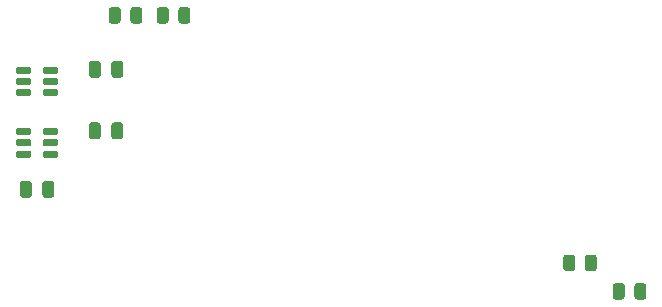
<source format=gtp>
G04 #@! TF.GenerationSoftware,KiCad,Pcbnew,6.0.2+dfsg-1*
G04 #@! TF.CreationDate,2025-02-22T22:39:26-07:00*
G04 #@! TF.ProjectId,ard-ltc2499-test,6172642d-6c74-4633-9234-39392d746573,rev?*
G04 #@! TF.SameCoordinates,Original*
G04 #@! TF.FileFunction,Paste,Top*
G04 #@! TF.FilePolarity,Positive*
%FSLAX46Y46*%
G04 Gerber Fmt 4.6, Leading zero omitted, Abs format (unit mm)*
G04 Created by KiCad (PCBNEW 6.0.2+dfsg-1) date 2025-02-22 22:39:26*
%MOMM*%
%LPD*%
G01*
G04 APERTURE LIST*
G04 APERTURE END LIST*
G36*
G01*
X176375000Y-101415000D02*
X176375000Y-100515000D01*
G75*
G02*
X176625000Y-100265000I250000J0D01*
G01*
X177150000Y-100265000D01*
G75*
G02*
X177400000Y-100515000I0J-250000D01*
G01*
X177400000Y-101415000D01*
G75*
G02*
X177150000Y-101665000I-250000J0D01*
G01*
X176625000Y-101665000D01*
G75*
G02*
X176375000Y-101415000I0J250000D01*
G01*
G37*
G36*
G01*
X178200000Y-101415000D02*
X178200000Y-100515000D01*
G75*
G02*
X178450000Y-100265000I250000J0D01*
G01*
X178975000Y-100265000D01*
G75*
G02*
X179225000Y-100515000I0J-250000D01*
G01*
X179225000Y-101415000D01*
G75*
G02*
X178975000Y-101665000I-250000J0D01*
G01*
X178450000Y-101665000D01*
G75*
G02*
X178200000Y-101415000I0J250000D01*
G01*
G37*
G36*
G01*
X130026000Y-90005000D02*
X130026000Y-89705000D01*
G75*
G02*
X130176000Y-89555000I150000J0D01*
G01*
X131201000Y-89555000D01*
G75*
G02*
X131351000Y-89705000I0J-150000D01*
G01*
X131351000Y-90005000D01*
G75*
G02*
X131201000Y-90155000I-150000J0D01*
G01*
X130176000Y-90155000D01*
G75*
G02*
X130026000Y-90005000I0J150000D01*
G01*
G37*
G36*
G01*
X130026000Y-90955000D02*
X130026000Y-90655000D01*
G75*
G02*
X130176000Y-90505000I150000J0D01*
G01*
X131201000Y-90505000D01*
G75*
G02*
X131351000Y-90655000I0J-150000D01*
G01*
X131351000Y-90955000D01*
G75*
G02*
X131201000Y-91105000I-150000J0D01*
G01*
X130176000Y-91105000D01*
G75*
G02*
X130026000Y-90955000I0J150000D01*
G01*
G37*
G36*
G01*
X130026000Y-91905000D02*
X130026000Y-91605000D01*
G75*
G02*
X130176000Y-91455000I150000J0D01*
G01*
X131201000Y-91455000D01*
G75*
G02*
X131351000Y-91605000I0J-150000D01*
G01*
X131351000Y-91905000D01*
G75*
G02*
X131201000Y-92055000I-150000J0D01*
G01*
X130176000Y-92055000D01*
G75*
G02*
X130026000Y-91905000I0J150000D01*
G01*
G37*
G36*
G01*
X132301000Y-91905000D02*
X132301000Y-91605000D01*
G75*
G02*
X132451000Y-91455000I150000J0D01*
G01*
X133476000Y-91455000D01*
G75*
G02*
X133626000Y-91605000I0J-150000D01*
G01*
X133626000Y-91905000D01*
G75*
G02*
X133476000Y-92055000I-150000J0D01*
G01*
X132451000Y-92055000D01*
G75*
G02*
X132301000Y-91905000I0J150000D01*
G01*
G37*
G36*
G01*
X132301000Y-90955000D02*
X132301000Y-90655000D01*
G75*
G02*
X132451000Y-90505000I150000J0D01*
G01*
X133476000Y-90505000D01*
G75*
G02*
X133626000Y-90655000I0J-150000D01*
G01*
X133626000Y-90955000D01*
G75*
G02*
X133476000Y-91105000I-150000J0D01*
G01*
X132451000Y-91105000D01*
G75*
G02*
X132301000Y-90955000I0J150000D01*
G01*
G37*
G36*
G01*
X132301000Y-90005000D02*
X132301000Y-89705000D01*
G75*
G02*
X132451000Y-89555000I150000J0D01*
G01*
X133476000Y-89555000D01*
G75*
G02*
X133626000Y-89705000I0J-150000D01*
G01*
X133626000Y-90005000D01*
G75*
G02*
X133476000Y-90155000I-150000J0D01*
G01*
X132451000Y-90155000D01*
G75*
G02*
X132301000Y-90005000I0J150000D01*
G01*
G37*
G36*
G01*
X130026000Y-84798000D02*
X130026000Y-84498000D01*
G75*
G02*
X130176000Y-84348000I150000J0D01*
G01*
X131201000Y-84348000D01*
G75*
G02*
X131351000Y-84498000I0J-150000D01*
G01*
X131351000Y-84798000D01*
G75*
G02*
X131201000Y-84948000I-150000J0D01*
G01*
X130176000Y-84948000D01*
G75*
G02*
X130026000Y-84798000I0J150000D01*
G01*
G37*
G36*
G01*
X130026000Y-85748000D02*
X130026000Y-85448000D01*
G75*
G02*
X130176000Y-85298000I150000J0D01*
G01*
X131201000Y-85298000D01*
G75*
G02*
X131351000Y-85448000I0J-150000D01*
G01*
X131351000Y-85748000D01*
G75*
G02*
X131201000Y-85898000I-150000J0D01*
G01*
X130176000Y-85898000D01*
G75*
G02*
X130026000Y-85748000I0J150000D01*
G01*
G37*
G36*
G01*
X130026000Y-86698000D02*
X130026000Y-86398000D01*
G75*
G02*
X130176000Y-86248000I150000J0D01*
G01*
X131201000Y-86248000D01*
G75*
G02*
X131351000Y-86398000I0J-150000D01*
G01*
X131351000Y-86698000D01*
G75*
G02*
X131201000Y-86848000I-150000J0D01*
G01*
X130176000Y-86848000D01*
G75*
G02*
X130026000Y-86698000I0J150000D01*
G01*
G37*
G36*
G01*
X132301000Y-86698000D02*
X132301000Y-86398000D01*
G75*
G02*
X132451000Y-86248000I150000J0D01*
G01*
X133476000Y-86248000D01*
G75*
G02*
X133626000Y-86398000I0J-150000D01*
G01*
X133626000Y-86698000D01*
G75*
G02*
X133476000Y-86848000I-150000J0D01*
G01*
X132451000Y-86848000D01*
G75*
G02*
X132301000Y-86698000I0J150000D01*
G01*
G37*
G36*
G01*
X132301000Y-85748000D02*
X132301000Y-85448000D01*
G75*
G02*
X132451000Y-85298000I150000J0D01*
G01*
X133476000Y-85298000D01*
G75*
G02*
X133626000Y-85448000I0J-150000D01*
G01*
X133626000Y-85748000D01*
G75*
G02*
X133476000Y-85898000I-150000J0D01*
G01*
X132451000Y-85898000D01*
G75*
G02*
X132301000Y-85748000I0J150000D01*
G01*
G37*
G36*
G01*
X132301000Y-84798000D02*
X132301000Y-84498000D01*
G75*
G02*
X132451000Y-84348000I150000J0D01*
G01*
X133476000Y-84348000D01*
G75*
G02*
X133626000Y-84498000I0J-150000D01*
G01*
X133626000Y-84798000D01*
G75*
G02*
X133476000Y-84948000I-150000J0D01*
G01*
X132451000Y-84948000D01*
G75*
G02*
X132301000Y-84798000I0J150000D01*
G01*
G37*
G36*
G01*
X144808000Y-79560000D02*
X144808000Y-80460000D01*
G75*
G02*
X144558000Y-80710000I-250000J0D01*
G01*
X144033000Y-80710000D01*
G75*
G02*
X143783000Y-80460000I0J250000D01*
G01*
X143783000Y-79560000D01*
G75*
G02*
X144033000Y-79310000I250000J0D01*
G01*
X144558000Y-79310000D01*
G75*
G02*
X144808000Y-79560000I0J-250000D01*
G01*
G37*
G36*
G01*
X142983000Y-79560000D02*
X142983000Y-80460000D01*
G75*
G02*
X142733000Y-80710000I-250000J0D01*
G01*
X142208000Y-80710000D01*
G75*
G02*
X141958000Y-80460000I0J250000D01*
G01*
X141958000Y-79560000D01*
G75*
G02*
X142208000Y-79310000I250000J0D01*
G01*
X142733000Y-79310000D01*
G75*
G02*
X142983000Y-79560000I0J-250000D01*
G01*
G37*
G36*
G01*
X180566000Y-103828000D02*
X180566000Y-102928000D01*
G75*
G02*
X180816000Y-102678000I250000J0D01*
G01*
X181341000Y-102678000D01*
G75*
G02*
X181591000Y-102928000I0J-250000D01*
G01*
X181591000Y-103828000D01*
G75*
G02*
X181341000Y-104078000I-250000J0D01*
G01*
X180816000Y-104078000D01*
G75*
G02*
X180566000Y-103828000I0J250000D01*
G01*
G37*
G36*
G01*
X182391000Y-103828000D02*
X182391000Y-102928000D01*
G75*
G02*
X182641000Y-102678000I250000J0D01*
G01*
X183166000Y-102678000D01*
G75*
G02*
X183416000Y-102928000I0J-250000D01*
G01*
X183416000Y-103828000D01*
G75*
G02*
X183166000Y-104078000I-250000J0D01*
G01*
X182641000Y-104078000D01*
G75*
G02*
X182391000Y-103828000I0J250000D01*
G01*
G37*
G36*
G01*
X136218000Y-90264000D02*
X136218000Y-89314000D01*
G75*
G02*
X136468000Y-89064000I250000J0D01*
G01*
X136968000Y-89064000D01*
G75*
G02*
X137218000Y-89314000I0J-250000D01*
G01*
X137218000Y-90264000D01*
G75*
G02*
X136968000Y-90514000I-250000J0D01*
G01*
X136468000Y-90514000D01*
G75*
G02*
X136218000Y-90264000I0J250000D01*
G01*
G37*
G36*
G01*
X138118000Y-90264000D02*
X138118000Y-89314000D01*
G75*
G02*
X138368000Y-89064000I250000J0D01*
G01*
X138868000Y-89064000D01*
G75*
G02*
X139118000Y-89314000I0J-250000D01*
G01*
X139118000Y-90264000D01*
G75*
G02*
X138868000Y-90514000I-250000J0D01*
G01*
X138368000Y-90514000D01*
G75*
G02*
X138118000Y-90264000I0J250000D01*
G01*
G37*
G36*
G01*
X136218000Y-85057000D02*
X136218000Y-84107000D01*
G75*
G02*
X136468000Y-83857000I250000J0D01*
G01*
X136968000Y-83857000D01*
G75*
G02*
X137218000Y-84107000I0J-250000D01*
G01*
X137218000Y-85057000D01*
G75*
G02*
X136968000Y-85307000I-250000J0D01*
G01*
X136468000Y-85307000D01*
G75*
G02*
X136218000Y-85057000I0J250000D01*
G01*
G37*
G36*
G01*
X138118000Y-85057000D02*
X138118000Y-84107000D01*
G75*
G02*
X138368000Y-83857000I250000J0D01*
G01*
X138868000Y-83857000D01*
G75*
G02*
X139118000Y-84107000I0J-250000D01*
G01*
X139118000Y-85057000D01*
G75*
G02*
X138868000Y-85307000I-250000J0D01*
G01*
X138368000Y-85307000D01*
G75*
G02*
X138118000Y-85057000I0J250000D01*
G01*
G37*
G36*
G01*
X133276000Y-94267000D02*
X133276000Y-95217000D01*
G75*
G02*
X133026000Y-95467000I-250000J0D01*
G01*
X132526000Y-95467000D01*
G75*
G02*
X132276000Y-95217000I0J250000D01*
G01*
X132276000Y-94267000D01*
G75*
G02*
X132526000Y-94017000I250000J0D01*
G01*
X133026000Y-94017000D01*
G75*
G02*
X133276000Y-94267000I0J-250000D01*
G01*
G37*
G36*
G01*
X131376000Y-94267000D02*
X131376000Y-95217000D01*
G75*
G02*
X131126000Y-95467000I-250000J0D01*
G01*
X130626000Y-95467000D01*
G75*
G02*
X130376000Y-95217000I0J250000D01*
G01*
X130376000Y-94267000D01*
G75*
G02*
X130626000Y-94017000I250000J0D01*
G01*
X131126000Y-94017000D01*
G75*
G02*
X131376000Y-94267000I0J-250000D01*
G01*
G37*
G36*
G01*
X140744000Y-79560000D02*
X140744000Y-80460000D01*
G75*
G02*
X140494000Y-80710000I-250000J0D01*
G01*
X139969000Y-80710000D01*
G75*
G02*
X139719000Y-80460000I0J250000D01*
G01*
X139719000Y-79560000D01*
G75*
G02*
X139969000Y-79310000I250000J0D01*
G01*
X140494000Y-79310000D01*
G75*
G02*
X140744000Y-79560000I0J-250000D01*
G01*
G37*
G36*
G01*
X138919000Y-79560000D02*
X138919000Y-80460000D01*
G75*
G02*
X138669000Y-80710000I-250000J0D01*
G01*
X138144000Y-80710000D01*
G75*
G02*
X137894000Y-80460000I0J250000D01*
G01*
X137894000Y-79560000D01*
G75*
G02*
X138144000Y-79310000I250000J0D01*
G01*
X138669000Y-79310000D01*
G75*
G02*
X138919000Y-79560000I0J-250000D01*
G01*
G37*
M02*

</source>
